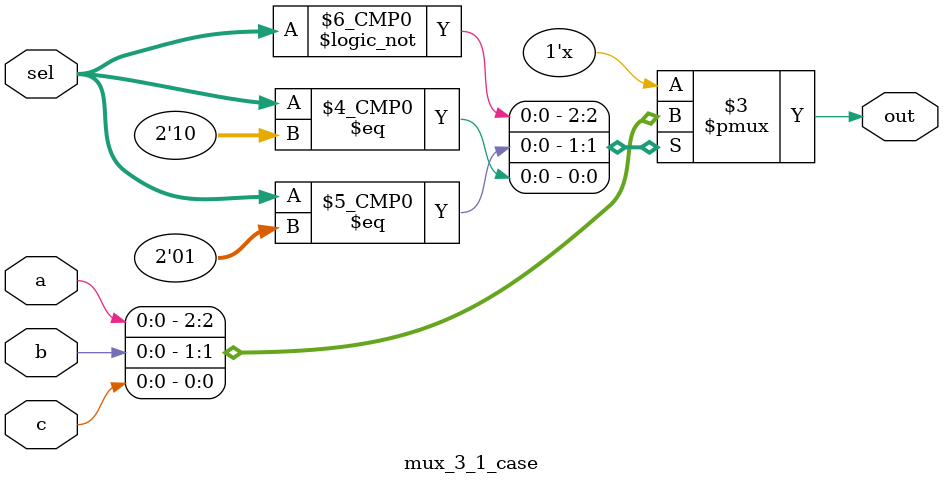
<source format=v>
module mux_3_1_case(a,b,c,sel,out);
	
	input [1:0] sel;
	input a,b,c;
	output out;
	reg out;
	
	always @(a or b or c or sel)
		begin
			case (sel)
				2'b00: out = a;
				2'b01: out = b;
				2'b10: out = c;
				//default: out = 1'b0;  //to remove latch from RTL
			endcase
		end
	
endmodule

</source>
